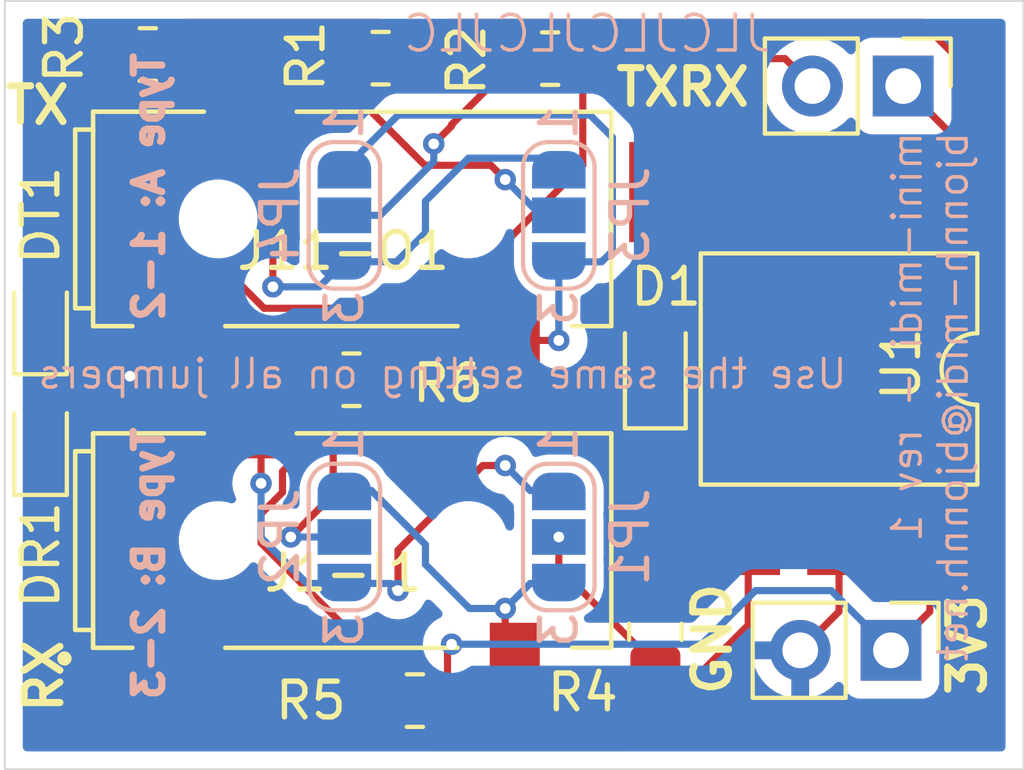
<source format=kicad_pcb>
(kicad_pcb (version 20240108) (generator "pcbnew") (generator_version "8.0")
  (layers (0 "F.Cu" signal) (31 "B.Cu" signal) (34 "B.Paste" user) (35 "F.Paste" user) (36 "B.SilkS" user "B.Silkscreen") (37 "F.SilkS" user "F.Silkscreen") (38 "B.Mask" user) (39 "F.Mask" user) (44 "Edge.Cuts" user))
  (net 0 "")
  (net 1 "Net-(D1-K)")
  (net 2 "Net-(D1-A)")
  (net 4 "Net-(JP1-B)")
  (net 5 "Net-(JP1-A)")
  (net 6 "Net-(JP3-A)")
  (net 7 "Net-(JP3-B)")
  (net 8 "Net-(JP3-C)")
  (net 9 "Net-(JP4-C)")
  (net 10 "Net-(JP1-C)")
  (net 11 "+3V3")
  (net 12 "/Midi Output 1/TX")
  (net 13 "/MIDI input 1/RX")
  (net 14 "GND")
  (net 18 "Net-(DR1-A)")
  (net 19 "Net-(DT1-A)")
  (footprint "Resistor_SMD:R_0805_2012Metric" (layer "F.Cu") (at 135.757853 85.115635 180)
    (property "Reference" "R2" (at 2.340148 -0.045885 -90) (layer "F.SilkS"))
    (property "Value" "10")
    (fp_line (start -0.227064 0.735) (end 0.227064 0.735) (stroke (width 0.12)) (layer "F.SilkS"))
    (fp_line (start -0.227064 -0.735) (end 0.227064 -0.735) (stroke (width 0.12)) (layer "F.SilkS"))
    (pad "1" smd roundrect (at -0.9125 0 180) (size 1.025 1.4) (layers "F.Cu" "F.Paste" "F.Mask") (roundrect_rratio 0.243902) (net 12 "/Midi Output 1/TX"))
    (pad "2" smd roundrect (at 0.9125 0 180) (size 1.025 1.4) (layers "F.Cu" "F.Paste" "F.Mask") (roundrect_rratio 0.243902) (net 9 "Net-(JP4-C)"))
  )
  (footprint "Resistor_SMD:R_0805_2012Metric" (layer "F.Cu") (at 130.2 94.1 180)
    (property "Reference" "R6" (at -2.7 -0.1 180) (layer "F.SilkS"))
    (property "Value" "2.2K")
    (fp_line (start -0.227064 0.735) (end 0.227064 0.735) (stroke (width 0.12)) (layer "F.SilkS"))
    (fp_line (start -0.227064 -0.735) (end 0.227064 -0.735) (stroke (width 0.12)) (layer "F.SilkS"))
    (pad "1" smd roundrect (at -0.9125 0 180) (size 1.025 1.4) (layers "F.Cu" "F.Paste" "F.Mask") (roundrect_rratio 0.243902) (net 11 "+3V3"))
    (pad "2" smd roundrect (at 0.9125 0 180) (size 1.025 1.4) (layers "F.Cu" "F.Paste" "F.Mask") (roundrect_rratio 0.243902) (net 18 "Net-(DR1-A)"))
  )
  (footprint "Library:CUI_SJ-3524-SMT" (layer "F.Cu") (at 126.468098 89.6)
    (property "Reference" "J11-O1" (at 3.5 0.9 0) (layer "F.SilkS") (effects (font (size 1.001693 1.001693))))
    (property "Value" "SJ-3524-SMT" (hide yes))
    (fp_line (start -4 -2.5) (end -4 2.5) (stroke (width 0.127)) (layer "F.SilkS"))
    (fp_line (start -4 2.5) (end -3.5 2.5) (stroke (width 0.127)) (layer "F.SilkS"))
    (fp_line (start -3.5 -3) (end -0.4 -3) (stroke (width 0.127)) (layer "F.SilkS"))
    (fp_line (start -3.5 -2.5) (end -4 -2.5) (stroke (width 0.127)) (layer "F.SilkS"))
    (fp_line (start -3.5 -2.5) (end -3.5 -3) (stroke (width 0.127)) (layer "F.SilkS"))
    (fp_line (start -3.5 2.5) (end -3.5 -2.5) (stroke (width 0.127)) (layer "F.SilkS"))
    (fp_line (start -3.5 3) (end -3.5 2.5) (stroke (width 0.127)) (layer "F.SilkS"))
    (fp_line (start -3.5 3) (end -2.4 3) (stroke (width 0.127)) (layer "F.SilkS"))
    (fp_line (start 0.2 3) (end 6.7 3) (stroke (width 0.127)) (layer "F.SilkS"))
    (fp_line (start 2.2 -3) (end 11 -3) (stroke (width 0.127)) (layer "F.SilkS"))
    (fp_line (start 9.9 3) (end 11 3) (stroke (width 0.127)) (layer "F.SilkS"))
    (fp_line (start 11 -3) (end 11 3) (stroke (width 0.127)) (layer "F.SilkS"))
    (pad "" np_thru_hole circle (at 0 0) (size 1.7 1.7) (drill 1.7) (layers "*.Cu" "*.Mask"))
    (pad "" np_thru_hole circle (at 7 0) (size 1.7 1.7) (drill 1.7) (layers "*.Cu" "*.Mask"))
    (pad "1" smd rect (at -1.1 3.7) (size 1.4 2.8) (layers "F.Cu" "F.Paste" "F.Mask") (net 14 "GND"))
    (pad "2" smd rect (at 8.3 3.7) (size 1.4 2.8) (layers "F.Cu" "F.Paste" "F.Mask") (net 7 "Net-(JP3-B)"))
    (pad "3" smd rect (at 0.9 -3.7) (size 1.4 2.8) (layers "F.Cu" "F.Paste" "F.Mask") (net 6 "Net-(JP3-A)"))
    (pad "4" smd rect (at 12.3 -0.75) (size 1.6 2.8) (layers "F.Cu" "F.Paste" "F.Mask"))
  )
  (footprint "Library:CUI_SJ-3524-SMT" (layer "F.Cu") (at 126.468098 98.6)
    (property "Reference" "J1-I1" (at 3.5 0.9 0) (layer "F.SilkS") (effects (font (size 1.001693 1.001693))))
    (property "Value" "SJ-3524-SMT" (hide yes))
    (fp_line (start -4 -2.5) (end -4 2.5) (stroke (width 0.127)) (layer "F.SilkS"))
    (fp_line (start -4 2.5) (end -3.5 2.5) (stroke (width 0.127)) (layer "F.SilkS"))
    (fp_line (start -3.5 -3) (end -0.4 -3) (stroke (width 0.127)) (layer "F.SilkS"))
    (fp_line (start -3.5 -2.5) (end -4 -2.5) (stroke (width 0.127)) (layer "F.SilkS"))
    (fp_line (start -3.5 -2.5) (end -3.5 -3) (stroke (width 0.127)) (layer "F.SilkS"))
    (fp_line (start -3.5 2.5) (end -3.5 -2.5) (stroke (width 0.127)) (layer "F.SilkS"))
    (fp_line (start -3.5 3) (end -3.5 2.5) (stroke (width 0.127)) (layer "F.SilkS"))
    (fp_line (start -3.5 3) (end -2.4 3) (stroke (width 0.127)) (layer "F.SilkS"))
    (fp_line (start 0.2 3) (end 6.7 3) (stroke (width 0.127)) (layer "F.SilkS"))
    (fp_line (start 2.2 -3) (end 11 -3) (stroke (width 0.127)) (layer "F.SilkS"))
    (fp_line (start 9.9 3) (end 11 3) (stroke (width 0.127)) (layer "F.SilkS"))
    (fp_line (start 11 -3) (end 11 3) (stroke (width 0.127)) (layer "F.SilkS"))
    (fp_circle (center -4.3 3.3) (end -4.2 3.3) (stroke (width 0.2)) (fill none) (layer "F.SilkS"))
    (pad "" np_thru_hole circle (at 0 0) (size 1.7 1.7) (drill 1.7) (layers "*.Cu" "*.Mask"))
    (pad "" np_thru_hole circle (at 7 0) (size 1.7 1.7) (drill 1.7) (layers "*.Cu" "*.Mask"))
    (pad "1" smd rect (at -1.1 3.7) (size 1.4 2.8) (layers "F.Cu" "F.Paste" "F.Mask"))
    (pad "2" smd rect (at 8.3 3.7) (size 1.4 2.8) (layers "F.Cu" "F.Paste" "F.Mask") (net 4 "Net-(JP1-B)"))
    (pad "3" smd rect (at 0.9 -3.7) (size 1.4 2.8) (layers "F.Cu" "F.Paste" "F.Mask") (net 5 "Net-(JP1-A)"))
    (pad "4" smd rect (at 12.3 -0.75) (size 1.6 2.8) (layers "F.Cu" "F.Paste" "F.Mask"))
  )
  (footprint "Resistor_SMD:R_0805_2012Metric" (layer "F.Cu") (at 131.014214 85.102766 180)
    (property "Reference" "R1" (at 2.097235 0.057357 -90) (layer "F.SilkS"))
    (property "Value" "33")
    (fp_line (start -0.227064 0.735) (end 0.227064 0.735) (stroke (width 0.12)) (layer "F.SilkS"))
    (fp_line (start -0.227064 -0.735) (end 0.227064 -0.735) (stroke (width 0.12)) (layer "F.SilkS"))
    (pad "1" smd roundrect (at -0.9125 0 180) (size 1.025 1.4) (layers "F.Cu" "F.Paste" "F.Mask") (roundrect_rratio 0.243902) (net 11 "+3V3"))
    (pad "2" smd roundrect (at 0.9125 0 180) (size 1.025 1.4) (layers "F.Cu" "F.Paste" "F.Mask") (roundrect_rratio 0.243902) (net 8 "Net-(JP3-C)"))
  )
  (footprint "Resistor_SMD:R_0805_2012Metric" (layer "F.Cu") (at 124.5 85 180)
    (property "Reference" "R3" (at 2.344868 0.191279 -90) (layer "F.SilkS"))
    (property "Value" "2.2K")
    (fp_line (start -0.227064 0.735) (end 0.227064 0.735) (stroke (width 0.12)) (layer "F.SilkS"))
    (fp_line (start -0.227064 -0.735) (end 0.227064 -0.735) (stroke (width 0.12)) (layer "F.SilkS"))
    (pad "1" smd roundrect (at -0.9125 0 180) (size 1.025 1.4) (layers "F.Cu" "F.Paste" "F.Mask") (roundrect_rratio 0.243902) (net 11 "+3V3"))
    (pad "2" smd roundrect (at 0.9125 0 180) (size 1.025 1.4) (layers "F.Cu" "F.Paste" "F.Mask") (roundrect_rratio 0.243902) (net 19 "Net-(DT1-A)"))
  )
  (footprint "Diode_SMD:D_SOD-323" (layer "F.Cu") (at 138.7 93.85 90)
    (property "Reference" "D1" (at 2.35 0.3 0) (layer "F.SilkS"))
    (property "Value" "1N4148WS" (hide yes))
    (fp_line (start -1.61 -0.85) (end 1.05 -0.85) (stroke (width 0.12)) (layer "F.SilkS"))
    (fp_line (start -1.61 -0.85) (end -1.61 0.85) (stroke (width 0.12)) (layer "F.SilkS"))
    (fp_line (start -1.61 0.85) (end 1.05 0.85) (stroke (width 0.12)) (layer "F.SilkS"))
    (pad "1" smd roundrect (at -1.05 0 90) (size 0.6 0.45) (layers "F.Cu" "F.Paste" "F.Mask") (net 1 "Net-(D1-K)"))
    (pad "2" smd roundrect (at 1.05 0 90) (size 0.6 0.45) (layers "F.Cu" "F.Paste" "F.Mask") (net 2 "Net-(D1-A)"))
  )
  (footprint "LED_SMD:LED_0603_1608Metric" (layer "F.Cu") (at 121.5 92.4625 90)
    (property "Reference" "DT1" (at 2.9625 0 -90) (layer "F.SilkS"))
    (property "Value" "LED")
    (fp_line (start 0.8 -0.735) (end -1.485 -0.735) (stroke (width 0.12)) (layer "F.SilkS"))
    (fp_line (start -1.485 -0.735) (end -1.485 0.735) (stroke (width 0.12)) (layer "F.SilkS"))
    (fp_line (start -1.485 0.735) (end 0.8 0.735) (stroke (width 0.12)) (layer "F.SilkS"))
    (pad "1" smd roundrect (at -0.7875 0 90) (size 0.875 0.95) (layers "F.Cu" "F.Paste" "F.Mask") (net 12 "/Midi Output 1/TX"))
    (pad "2" smd roundrect (at 0.7875 0 90) (size 0.875 0.95) (layers "F.Cu" "F.Paste" "F.Mask") (net 19 "Net-(DT1-A)"))
  )
  (footprint "Package_DIP:SMDIP-6_W9.53mm" (layer "F.Cu") (at 143.84 93.8 -90)
    (property "Reference" "U1" (at -0.135 -1.74 90) (layer "F.SilkS"))
    (property "Value" "H11L1")
    (fp_line (start -3.235 3.87) (end 3.235 3.87) (stroke (width 0.12)) (layer "F.SilkS"))
    (fp_line (start 3.235 3.87) (end 3.235 -3.87) (stroke (width 0.12)) (layer "F.SilkS"))
    (fp_line (start -3.235 -3.87) (end -3.235 3.87) (stroke (width 0.12)) (layer "F.SilkS"))
    (fp_line (start -1 -3.87) (end -3.235 -3.87) (stroke (width 0.12)) (layer "F.SilkS"))
    (fp_line (start 3.235 -3.87) (end 1 -3.87) (stroke (width 0.12)) (layer "F.SilkS"))
    (fp_arc (start 1 -3.87) (mid 0 -2.87) (end -1 -3.87) (stroke (width 0.12)) (layer "F.SilkS"))
    (pad "1" smd rect (at -4.765 -2.54 270) (size 2 1.78) (layers "F.Cu" "F.Paste" "F.Mask") (net 1 "Net-(D1-K)"))
    (pad "2" smd rect (at -4.765 0 270) (size 2 1.78) (layers "F.Cu" "F.Paste" "F.Mask") (net 2 "Net-(D1-A)"))
    (pad "3" smd rect (at -4.765 2.54 270) (size 2 1.78) (layers "F.Cu" "F.Paste" "F.Mask"))
    (pad "4" smd rect (at 4.765 2.54 270) (size 2 1.78) (layers "F.Cu" "F.Paste" "F.Mask") (net 13 "/MIDI input 1/RX"))
    (pad "5" smd rect (at 4.765 0 270) (size 2 1.78) (layers "F.Cu" "F.Paste" "F.Mask") (net 14 "GND"))
    (pad "6" smd rect (at 4.765 -2.54 270) (size 2 1.78) (layers "F.Cu" "F.Paste" "F.Mask") (net 11 "+3V3"))
  )
  (footprint "Resistor_SMD:R_0805_2012Metric" (layer "F.Cu") (at 131.972936 103.077297)
    (property "Reference" "R5" (at -2.9125 0 0) (layer "F.SilkS"))
    (property "Value" "470")
    (fp_line (start -0.227064 -0.735) (end 0.227064 -0.735) (stroke (width 0.12)) (layer "F.SilkS"))
    (fp_line (start -0.227064 0.735) (end 0.227064 0.735) (stroke (width 0.12)) (layer "F.SilkS"))
    (pad "1" smd roundrect (at -0.9125 0) (size 1.025 1.4) (layers "F.Cu" "F.Paste" "F.Mask") (roundrect_rratio 0.243902) (net 13 "/MIDI input 1/RX"))
    (pad "2" smd roundrect (at 0.9125 0) (size 1.025 1.4) (layers "F.Cu" "F.Paste" "F.Mask") (roundrect_rratio 0.243902) (net 11 "+3V3"))
  )
  (footprint "Connector_PinHeader_2.54mm:PinHeader_1x02_P2.54mm_Vertical" (layer "F.Cu") (at 145.635686 85.88234 -90)
    (property "Reference" "J2" (hide yes))
    (property "Value" "Conn_01x02_Pin" (hide yes))
    (fp_line (start -1.33 3.87) (end 1.33 3.87) (stroke (width 0.12)) (layer "F.SilkS"))
    (fp_line (start -1.33 1.27) (end -1.33 3.87) (stroke (width 0.12)) (layer "F.SilkS"))
    (fp_line (start -1.33 1.27) (end 1.33 1.27) (stroke (width 0.12)) (layer "F.SilkS"))
    (fp_line (start 1.33 1.27) (end 1.33 3.87) (stroke (width 0.12)) (layer "F.SilkS"))
    (fp_line (start -1.33 0) (end -1.33 -1.33) (stroke (width 0.12)) (layer "F.SilkS"))
    (fp_line (start -1.33 -1.33) (end 0 -1.33) (stroke (width 0.12)) (layer "F.SilkS"))
    (pad "1" thru_hole rect (at 0 0 270) (size 1.7 1.7) (drill 1) (layers "*.Cu" "*.Mask") (net 13 "/MIDI input 1/RX"))
    (pad "2" thru_hole oval (at 0 2.54 270) (size 1.7 1.7) (drill 1) (layers "*.Cu" "*.Mask") (net 12 "/Midi Output 1/TX"))
  )
  (footprint "LED_SMD:LED_0603_1608Metric" (layer "F.Cu") (at 121.5 95.8375 90)
    (property "Reference" "DR1" (at -3.1625 0 -90) (layer "F.SilkS"))
    (property "Value" "LED")
    (fp_line (start 0.8 -0.735) (end -1.485 -0.735) (stroke (width 0.12)) (layer "F.SilkS"))
    (fp_line (start -1.485 -0.735) (end -1.485 0.735) (stroke (width 0.12)) (layer "F.SilkS"))
    (fp_line (start -1.485 0.735) (end 0.8 0.735) (stroke (width 0.12)) (layer "F.SilkS"))
    (pad "1" smd roundrect (at -0.7875 0 90) (size 0.875 0.95) (layers "F.Cu" "F.Paste" "F.Mask") (net 13 "/MIDI input 1/RX"))
    (pad "2" smd roundrect (at 0.7875 0 90) (size 0.875 0.95) (layers "F.Cu" "F.Paste" "F.Mask") (net 18 "Net-(DR1-A)"))
  )
  (footprint "Connector_PinHeader_2.54mm:PinHeader_1x02_P2.54mm_Vertical" (layer "F.Cu") (at 145.294475 101.670687 -90)
    (property "Reference" "J1" (hide yes))
    (property "Value" "Conn_01x02_Pin" (hide yes))
    (fp_line (start -1.33 3.87) (end 1.33 3.87) (stroke (width 0.12)) (layer "F.SilkS"))
    (fp_line (start -1.33 1.27) (end -1.33 3.87) (stroke (width 0.12)) (layer "F.SilkS"))
    (fp_line (start -1.33 1.27) (end 1.33 1.27) (stroke (width 0.12)) (layer "F.SilkS"))
    (fp_line (start 1.33 1.27) (end 1.33 3.87) (stroke (width 0.12)) (layer "F.SilkS"))
    (fp_line (start -1.33 0) (end -1.33 -1.33) (stroke (width 0.12)) (layer "F.SilkS"))
    (fp_line (start -1.33 -1.33) (end 0 -1.33) (stroke (width 0.12)) (layer "F.SilkS"))
    (pad "1" thru_hole rect (at 0 0 270) (size 1.7 1.7) (drill 1) (layers "*.Cu" "*.Mask") (net 11 "+3V3"))
    (pad "2" thru_hole oval (at 0 2.54 270) (size 1.7 1.7) (drill 1) (layers "*.Cu" "*.Mask") (net 14 "GND"))
  )
  (footprint "Resistor_SMD:R_0805_2012Metric" (layer "F.Cu") (at 138.701315 101.153877 90)
    (property "Reference" "R4" (at -1.696546 -2.032321 0) (layer "F.SilkS"))
    (property "Value" "220")
    (fp_line (start -0.227064 -0.735) (end 0.227064 -0.735) (stroke (width 0.12)) (layer "F.SilkS"))
    (fp_line (start -0.227064 0.735) (end 0.227064 0.735) (stroke (width 0.12)) (layer "F.SilkS"))
    (pad "1" smd roundrect (at -0.9125 0 90) (size 1.025 1.4) (layers "F.Cu" "F.Paste" "F.Mask") (roundrect_rratio 0.243902) (net 10 "Net-(JP1-C)"))
    (pad "2" smd roundrect (at 0.9125 0 90) (size 1.025 1.4) (layers "F.Cu" "F.Paste" "F.Mask") (roundrect_rratio 0.243902) (net 1 "Net-(D1-K)"))
  )
  (footprint "Jumper:SolderJumper-3_P1.3mm_Open_RoundedPad1.0x1.5mm_NumberLabels" (layer "B.Cu") (at 130 98.5 -90)
    (property "Reference" "JP2" (at 0 1.8 -90) (layer "B.SilkS") (effects (justify mirror)))
    (property "Value" "Type A/B")
    (fp_line (start 1.4 1) (end -1.4 1) (stroke (width 0.12)) (layer "B.SilkS"))
    (fp_line (start -2.05 0.3) (end -2.05 -0.3) (stroke (width 0.12)) (layer "B.SilkS"))
    (fp_line (start 2.05 -0.3) (end 2.05 0.3) (stroke (width 0.12)) (layer "B.SilkS"))
    (fp_line (start -1.4 -1) (end 1.4 -1) (stroke (width 0.12)) (layer "B.SilkS"))
    (fp_arc (start -1.35 1) (mid -1.844975 0.794975) (end -2.05 0.3) (stroke (width 0.12)) (layer "B.SilkS"))
    (fp_arc (start 2.05 0.3) (mid 1.844975 0.794975) (end 1.35 1) (stroke (width 0.12)) (layer "B.SilkS"))
    (fp_arc (start -2.05 -0.3) (mid -1.844975 -0.794975) (end -1.35 -1) (stroke (width 0.12)) (layer "B.SilkS"))
    (fp_arc (start 1.35 -1) (mid 1.844975 -0.794975) (end 2.05 -0.3) (stroke (width 0.12)) (layer "B.SilkS"))
    (fp_text user "3" (at 2.6 0 -90) (layer "B.SilkS") (effects (justify mirror)))
    (fp_text user "1" (at -2.6 0 -90) (layer "B.SilkS") (effects (justify mirror)))
    (pad "1" smd custom (at -1.3 0 270) (size 1 0.5) (layers "B.Cu" "B.Mask") (net 4 "Net-(JP1-B)") (options (clearance outline) (anchor rect)) (primitives (gr_circle (center 0 -0.25) (end 0.5 -0.25) (width 0) (fill yes)) (gr_circle (center 0 0.25) (end 0.5 0.25) (width 0) (fill yes)) (gr_poly (pts (xy 0.55 -0.75) (xy 0 -0.75) (xy 0 0.75) (xy 0.55 0.75)) (width 0) (fill yes))))
    (pad "2" smd rect (at 0 0 270) (size 1 1.5) (layers "B.Cu" "B.Mask") (net 2 "Net-(D1-A)"))
    (pad "3" smd custom (at 1.3 0 270) (size 1 0.5) (layers "B.Cu" "B.Mask") (net 5 "Net-(JP1-A)") (options (clearance outline) (anchor rect)) (primitives (gr_circle (center 0 -0.25) (end 0.5 -0.25) (width 0) (fill yes)) (gr_circle (center 0 0.25) (end 0.5 0.25) (width 0) (fill yes)) (gr_poly (pts (xy 0 -0.75) (xy -0.55 -0.75) (xy -0.55 0.75) (xy 0 0.75)) (width 0) (fill yes))))
  )
  (footprint "Jumper:SolderJumper-3_P1.3mm_Open_RoundedPad1.0x1.5mm_NumberLabels" (layer "B.Cu") (at 136 89.5 -90)
    (property "Reference" "JP3" (at 0 -2 -90) (layer "B.SilkS") (effects (justify mirror)))
    (property "Value" "Type A/B")
    (fp_line (start 1.4 1) (end -1.4 1) (stroke (width 0.12)) (layer "B.SilkS"))
    (fp_line (start -2.05 0.3) (end -2.05 -0.3) (stroke (width 0.12)) (layer "B.SilkS"))
    (fp_line (start 2.05 -0.3) (end 2.05 0.3) (stroke (width 0.12)) (layer "B.SilkS"))
    (fp_line (start -1.4 -1) (end 1.4 -1) (stroke (width 0.12)) (layer "B.SilkS"))
    (fp_arc (start -1.35 1) (mid -1.844975 0.794975) (end -2.05 0.3) (stroke (width 0.12)) (layer "B.SilkS"))
    (fp_arc (start 2.05 0.3) (mid 1.844975 0.794975) (end 1.35 1) (stroke (width 0.12)) (layer "B.SilkS"))
    (fp_arc (start -2.05 -0.3) (mid -1.844975 -0.794975) (end -1.35 -1) (stroke (width 0.12)) (layer "B.SilkS"))
    (fp_arc (start 1.35 -1) (mid 1.844975 -0.794975) (end 2.05 -0.3) (stroke (width 0.12)) (layer "B.SilkS"))
    (fp_text user "3" (at 2.6 0 -90) (layer "B.SilkS") (effects (justify mirror)))
    (fp_text user "1" (at -2.6 0 -90) (layer "B.SilkS") (effects (justify mirror)))
    (pad "1" smd custom (at -1.3 0 270) (size 1 0.5) (layers "B.Cu" "B.Mask") (net 6 "Net-(JP3-A)") (options (clearance outline) (anchor rect)) (primitives (gr_circle (center 0 -0.25) (end 0.5 -0.25) (width 0) (fill yes)) (gr_circle (center 0 0.25) (end 0.5 0.25) (width 0) (fill yes)) (gr_poly (pts (xy 0.55 -0.75) (xy 0 -0.75) (xy 0 0.75) (xy 0.55 0.75)) (width 0) (fill yes))))
    (pad "2" smd rect (at 0 0 270) (size 1 1.5) (layers "B.Cu" "B.Mask") (net 8 "Net-(JP3-C)"))
    (pad "3" smd custom (at 1.3 0 270) (size 1 0.5) (layers "B.Cu" "B.Mask") (net 7 "Net-(JP3-B)") (options (clearance outline) (anchor rect)) (primitives (gr_circle (center 0 -0.25) (end 0.5 -0.25) (width 0) (fill yes)) (gr_circle (center 0 0.25) (end 0.5 0.25) (width 0) (fill yes)) (gr_poly (pts (xy 0 -0.75) (xy -0.55 -0.75) (xy -0.55 0.75) (xy 0 0.75)) (width 0) (fill yes))))
  )
  (footprint "Jumper:SolderJumper-3_P1.3mm_Open_RoundedPad1.0x1.5mm_NumberLabels" (layer "B.Cu") (at 136 98.5 -90)
    (property "Reference" "JP1" (at 0 -2 -90) (layer "B.SilkS") (effects (justify mirror)))
    (property "Value" "Type A/B")
    (fp_line (start 1.4 1) (end -1.4 1) (stroke (width 0.12)) (layer "B.SilkS"))
    (fp_line (start -2.05 0.3) (end -2.05 -0.3) (stroke (width 0.12)) (layer "B.SilkS"))
    (fp_line (start 2.05 -0.3) (end 2.05 0.3) (stroke (width 0.12)) (layer "B.SilkS"))
    (fp_line (start -1.4 -1) (end 1.4 -1) (stroke (width 0.12)) (layer "B.SilkS"))
    (fp_arc (start -1.35 1) (mid -1.844975 0.794975) (end -2.05 0.3) (stroke (width 0.12)) (layer "B.SilkS"))
    (fp_arc (start 2.05 0.3) (mid 1.844975 0.794975) (end 1.35 1) (stroke (width 0.12)) (layer "B.SilkS"))
    (fp_arc (start -2.05 -0.3) (mid -1.844975 -0.794975) (end -1.35 -1) (stroke (width 0.12)) (layer "B.SilkS"))
    (fp_arc (start 1.35 -1) (mid 1.844975 -0.794975) (end 2.05 -0.3) (stroke (width 0.12)) (layer "B.SilkS"))
    (fp_text user "3" (at 2.6 0 -90) (layer "B.SilkS") (effects (justify mirror)))
    (fp_text user "1" (at -2.6 0 -90) (layer "B.SilkS") (effects (justify mirror)))
    (pad "1" smd custom (at -1.3 0 270) (size 1 0.5) (layers "B.Cu" "B.Mask") (net 5 "Net-(JP1-A)") (options (clearance outline) (anchor rect)) (primitives (gr_circle (center 0 -0.25) (end 0.5 -0.25) (width 0) (fill yes)) (gr_circle (center 0 0.25) (end 0.5 0.25) (width 0) (fill yes)) (gr_poly (pts (xy 0.55 -0.75) (xy 0 -0.75) (xy 0 0.75) (xy 0.55 0.75)) (width 0) (fill yes))))
    (pad "2" smd rect (at 0 0 270) (size 1 1.5) (layers "B.Cu" "B.Mask") (net 10 "Net-(JP1-C)"))
    (pad "3" smd custom (at 1.3 0 270) (size 1 0.5) (layers "B.Cu" "B.Mask") (net 4 "Net-(JP1-B)") (options (clearance outline) (anchor rect)) (primitives (gr_circle (center 0 -0.25) (end 0.5 -0.25) (width 0) (fill yes)) (gr_circle (center 0 0.25) (end 0.5 0.25) (width 0) (fill yes)) (gr_poly (pts (xy 0 -0.75) (xy -0.55 -0.75) (xy -0.55 0.75) (xy 0 0.75)) (width 0) (fill yes))))
  )
  (footprint "Jumper:SolderJumper-3_P1.3mm_Open_RoundedPad1.0x1.5mm_NumberLabels" (layer "B.Cu") (at 130 89.5 -90)
    (property "Reference" "JP4" (at 0 1.8 -90) (layer "B.SilkS") (effects (justify mirror)))
    (property "Value" "Type A/B")
    (fp_line (start 1.4 1) (end -1.4 1) (stroke (width 0.12)) (layer "B.SilkS"))
    (fp_line (start -2.05 0.3) (end -2.05 -0.3) (stroke (width 0.12)) (layer "B.SilkS"))
    (fp_line (start 2.05 -0.3) (end 2.05 0.3) (stroke (width 0.12)) (layer "B.SilkS"))
    (fp_line (start -1.4 -1) (end 1.4 -1) (stroke (width 0.12)) (layer "B.SilkS"))
    (fp_arc (start -1.35 1) (mid -1.844975 0.794975) (end -2.05 0.3) (stroke (width 0.12)) (layer "B.SilkS"))
    (fp_arc (start 2.05 0.3) (mid 1.844975 0.794975) (end 1.35 1) (stroke (width 0.12)) (layer "B.SilkS"))
    (fp_arc (start -2.05 -0.3) (mid -1.844975 -0.794975) (end -1.35 -1) (stroke (width 0.12)) (layer "B.SilkS"))
    (fp_arc (start 1.35 -1) (mid 1.844975 -0.794975) (end 2.05 -0.3) (stroke (width 0.12)) (layer "B.SilkS"))
    (fp_text user "1" (at -2.6 0 -90) (layer "B.SilkS") (effects (justify mirror)))
    (fp_text user "3" (at 2.6 0 -90) (layer "B.SilkS") (effects (justify mirror)))
    (pad "1" smd custom (at -1.3 0 270) (size 1 0.5) (layers "B.Cu" "B.Mask") (net 7 "Net-(JP3-B)") (options (clearance outline) (anchor rect)) (primitives (gr_circle (center 0 -0.25) (end 0.5 -0.25) (width 0) (fill yes)) (gr_circle (center 0 0.25) (end 0.5 0.25) (width 0) (fill yes)) (gr_poly (pts (xy 0.55 -0.75) (xy 0 -0.75) (xy 0 0.75) (xy 0.55 0.75)) (width 0) (fill yes))))
    (pad "2" smd rect (at 0 0 270) (size 1 1.5) (layers "B.Cu" "B.Mask") (net 9 "Net-(JP4-C)"))
    (pad "3" smd custom (at 1.3 0 270) (size 1 0.5) (layers "B.Cu" "B.Mask") (net 6 "Net-(JP3-A)") (options (clearance outline) (anchor rect)) (primitives (gr_circle (center 0 -0.25) (end 0.5 -0.25) (width 0) (fill yes)) (gr_circle (center 0 0.25) (end 0.5 0.25) (width 0) (fill yes)) (gr_poly (pts (xy 0 -0.75) (xy -0.55 -0.75) (xy -0.55 0.75) (xy 0 0.75)) (width 0) (fill yes))))
  )
  (gr_rect (start 120.5 83.5) (end 149 105) (stroke (width 0.05)) (fill none) (layer "Edge.Cuts"))
  (gr_text "Use the same setting on all jumpers" (at 132.743808 94.404984 0) (layer "B.SilkS") (effects (font (size 0.8 0.8) (thickness 0.1)) (justify bottom mirror)))
  (gr_text "mini-midi - rev 1\nbjonnh-midi@bjonnh.net" (at 147.5 87.1 90) (layer "B.SilkS") (effects (font (size 0.8 0.8) (thickness 0.1)) (justify left bottom mirror)))
  (gr_text "JLCJLCJLCJLC" (at 142 85 -0) (layer "B.SilkS") (effects (font (size 1 1) (thickness 0.1)) (justify left bottom mirror)))
  (gr_text "Type A: 1-2     Type B: 2-3" (at 125 94 90) (layer "B.SilkS") (effects (font (size 0.8 0.8) (thickness 0.2) (bold yes)) (justify bottom mirror)))
  (gr_text "GND" (at 140.879264 103.009962 90) (layer "F.SilkS") (effects (font (size 1 1) (thickness 0.2) (bold yes)) (justify left bottom)))
  (gr_text "RX" (at 122.171613 103.501682 90) (layer "F.SilkS") (effects (font (size 1 1) (thickness 0.2) (bold yes)) (justify left bottom)))
  (gr_text "3V3" (at 148.014421 103.032905 90) (layer "F.SilkS") (effects (font (size 1 1) (thickness 0.2) (bold yes)) (justify left bottom)))
  (gr_text "TXRX" (at 137.5 86.5 0) (layer "F.SilkS") (effects (font (size 1 1) (thickness 0.2) (bold yes)) (justify left bottom)))
  (gr_text "TX" (at 120.422087 87.007479 0) (layer "F.SilkS") (effects (font (size 1 1) (thickness 0.2) (bold yes)) (justify left bottom)))
  (segment (start 138.001315 100.241377) (end 138.701315 100.241377) (width 0.2) (layer "F.Cu") (net 1))
  (segment (start 137.5 96) (end 137.5 99.740062) (width 0.2) (layer "F.Cu") (net 1))
  (segment (start 138.6 94.9) (end 137.5 96) (width 0.2) (layer "F.Cu") (net 1))
  (segment (start 139 94.9) (end 140.515 94.9) (width 0.2) (layer "F.Cu") (net 1))
  (segment (start 138.7 94.9) (end 139 94.9) (width 0.2) (layer "F.Cu") (net 1))
  (segment (start 139 94.9) (end 138.6 94.9) (width 0.2) (layer "F.Cu") (net 1))
  (segment (start 140.515 94.9) (end 146.38 89.035) (width 0.2) (layer "F.Cu") (net 1))
  (segment (start 137.5 99.740062) (end 138.001315 100.241377) (width 0.2) (layer "F.Cu") (net 1))
  (segment (start 138.7 92.8) (end 140.075 92.8) (width 0.2) (layer "F.Cu") (net 2))
  (segment (start 128.5 98.5) (end 129.6875 97.3125) (width 0.2) (layer "F.Cu") (net 2))
  (segment (start 129.6875 97.3125) (end 129.6875 95.8125) (width 0.2) (layer "F.Cu") (net 2))
  (segment (start 129.6875 95.8125) (end 130.4 95.1) (width 0.2) (layer "F.Cu") (net 2))
  (segment (start 140.075 92.8) (end 143.84 89.035) (width 0.2) (layer "F.Cu") (net 2))
  (segment (start 136.4 95.1) (end 138.7 92.8) (width 0.2) (layer "F.Cu") (net 2))
  (segment (start 130.4 95.1) (end 136.4 95.1) (width 0.2) (layer "F.Cu") (net 2))
  (via (at 128.5 98.5) (size 0.6) (drill 0.3) (layers "F.Cu" "B.Cu") (net 2))
  (segment (start 130 98.5) (end 128.5 98.5) (width 0.2) (layer "B.Cu") (net 2))
  (segment (start 134.5 100.5) (end 134.5 102.031902) (width 0.2) (layer "F.Cu") (net 4))
  (via (at 134.5 100.5) (size 0.6) (drill 0.3) (layers "F.Cu" "B.Cu") (net 4))
  (segment (start 130.755 97.2) (end 132.268098 98.713098) (width 0.2) (layer "B.Cu") (net 4))
  (segment (start 130 97.2) (end 130.755 97.2) (width 0.2) (layer "B.Cu") (net 4))
  (segment (start 132.268098 99.268098) (end 133.5 100.5) (width 0.2) (layer "B.Cu") (net 4))
  (segment (start 133.5 100.5) (end 134.5 100.5) (width 0.2) (layer "B.Cu") (net 4))
  (segment (start 135.2 99.8) (end 134.5 100.5) (width 0.2) (layer "B.Cu") (net 4))
  (segment (start 132.268098 98.713098) (end 132.268098 99.268098) (width 0.2) (layer "B.Cu") (net 4))
  (segment (start 136 99.8) (end 135.2 99.8) (width 0.2) (layer "B.Cu") (net 4))
  (segment (start 131.5 98.871042) (end 133.871042 96.5) (width 0.2) (layer "F.Cu") (net 5))
  (segment (start 133.871042 96.5) (end 134.5 96.5) (width 0.2) (layer "F.Cu") (net 5))
  (segment (start 131.5 100) (end 131.5 98.871042) (width 0.2) (layer "F.Cu") (net 5))
  (segment (start 127.668098 97) (end 127.668098 95.2) (width 0.2) (layer "F.Cu") (net 5))
  (via (at 134.5 96.5) (size 0.6) (drill 0.3) (layers "F.Cu" "B.Cu") (net 5))
  (via (at 127.668098 97) (size 0.6) (drill 0.3) (layers "F.Cu" "B.Cu") (net 5))
  (via (at 131.5 100) (size 0.6) (drill 0.3) (layers "F.Cu" "B.Cu") (net 5))
  (segment (start 128.951471 99.8) (end 130 99.8) (width 0.2) (layer "B.Cu") (net 5))
  (segment (start 127.668098 98.516627) (end 128.951471 99.8) (width 0.2) (layer "B.Cu") (net 5))
  (segment (start 135.2 97.2) (end 134.5 96.5) (width 0.2) (layer "B.Cu") (net 5))
  (segment (start 130 99.8) (end 131.3 99.8) (width 0.2) (layer "B.Cu") (net 5))
  (segment (start 136 97.2) (end 135.2 97.2) (width 0.2) (layer "B.Cu") (net 5))
  (segment (start 127.668098 97) (end 127.668098 98.516627) (width 0.2) (layer "B.Cu") (net 5))
  (segment (start 131.3 99.8) (end 131.5 100) (width 0.2) (layer "B.Cu") (net 5))
  (segment (start 128 86.531902) (end 128 91.5) (width 0.2) (layer "F.Cu") (net 6))
  (segment (start 127.368098 85.9) (end 128 86.531902) (width 0.2) (layer "F.Cu") (net 6))
  (via (at 128 91.5) (size 0.6) (drill 0.3) (layers "F.Cu" "B.Cu") (net 6))
  (segment (start 132.268098 89.102944) (end 133.471042 87.9) (width 0.2) (layer "B.Cu") (net 6))
  (segment (start 132.268098 89.986902) (end 132.268098 89.102944) (width 0.2) (layer "B.Cu") (net 6))
  (segment (start 133.471042 87.9) (end 135.7 87.9) (width 0.2) (layer "B.Cu") (net 6))
  (segment (start 128 91.5) (end 129.3 91.5) (width 0.2) (layer "B.Cu") (net 6))
  (segment (start 130 90.8) (end 131.455 90.8) (width 0.2) (layer "B.Cu") (net 6))
  (segment (start 129.3 91.5) (end 130 90.8) (width 0.2) (layer "B.Cu") (net 6))
  (segment (start 131.455 90.8) (end 132.268098 89.986902) (width 0.2) (layer "B.Cu") (net 6))
  (segment (start 136 93) (end 135.068098 93) (width 0.2) (layer "F.Cu") (net 7))
  (via (at 136 93) (size 0.6) (drill 0.3) (layers "F.Cu" "B.Cu") (net 7))
  (segment (start 131.505 86.695) (end 136.876336 86.695) (width 0.2) (layer "B.Cu") (net 7))
  (segment (start 137.2 90.8) (end 136 90.8) (width 0.2) (layer "B.Cu") (net 7))
  (segment (start 137.5 87.318664) (end 137.5 90.5) (width 0.2) (layer "B.Cu") (net 7))
  (segment (start 136.876336 86.695) (end 137.5 87.318664) (width 0.2) (layer "B.Cu") (net 7))
  (segment (start 130 88.2) (end 131.505 86.695) (width 0.2) (layer "B.Cu") (net 7))
  (segment (start 136 90.8) (end 136 93) (width 0.2) (layer "B.Cu") (net 7))
  (segment (start 137.5 90.5) (end 137.2 90.8) (width 0.2) (layer "B.Cu") (net 7))
  (segment (start 134.1 88.1) (end 132.251471 88.1) (width 0.2) (layer "F.Cu") (net 8))
  (segment (start 132.251471 88.1) (end 130.101714 85.950243) (width 0.2) (layer "F.Cu") (net 8))
  (segment (start 130.101714 85.950243) (end 130.101714 85.102766) (width 0.2) (layer "F.Cu") (net 8))
  (segment (start 134.5 88.5) (end 134.1 88.1) (width 0.2) (layer "F.Cu") (net 8))
  (via (at 134.5 88.5) (size 0.6) (drill 0.3) (layers "F.Cu" "B.Cu") (net 8))
  (segment (start 135.5 89.5) (end 134.5 88.5) (width 0.2) (layer "B.Cu") (net 8))
  (segment (start 133 86.960988) (end 134.845353 85.115635) (width 0.2) (layer "F.Cu") (net 9))
  (segment (start 132.5 87.5) (end 133 87) (width 0.2) (layer "F.Cu") (net 9))
  (segment (start 133 87) (end 133 86.960988) (width 0.2) (layer "F.Cu") (net 9))
  (via (at 132.5 87.5) (size 0.6) (drill 0.3) (layers "F.Cu" "B.Cu") (net 9))
  (segment (start 132.5 88) (end 132.5 87.5) (width 0.2) (layer "B.Cu") (net 9))
  (segment (start 131 89.5) (end 132.5 88) (width 0.2) (layer "B.Cu") (net 9))
  (segment (start 130 89.5) (end 131 89.5) (width 0.2) (layer "B.Cu") (net 9))
  (segment (start 136 99.365062) (end 136 98.5) (width 0.2) (layer "F.Cu") (net 10))
  (segment (start 138.701315 102.066377) (end 136 99.365062) (width 0.2) (layer "F.Cu") (net 10))
  (via (at 136 98.5) (size 0.6) (drill 0.3) (layers "F.Cu" "B.Cu") (net 10))
  (segment (start 127.668098 98.668098) (end 130.5 101.5) (width 0.2) (layer "F.Cu") (net 11))
  (segment (start 127.668098 97.848529) (end 127.668098 98.668098) (width 0.2) (layer "F.Cu") (net 11))
  (segment (start 148 85.946654) (end 148 96.945) (width 0.2) (layer "F.Cu") (net 11))
  (segment (start 128.268098 96.666216) (end 128.268098 97.248529) (width 0.2) (layer "F.Cu") (net 11))
  (segment (start 146.38 98.565) (end 146.38 100.585162) (width 0.2) (layer "F.Cu") (net 11))
  (segment (start 146.38 100.585162) (end 145.294475 101.670687) (width 0.2) (layer "F.Cu") (net 11))
  (segment (start 132.885436 101.614564) (end 133 101.5) (width 0.2) (layer "F.Cu") (net 11))
  (segment (start 130.5 101.5) (end 131.308139 101.5) (width 0.2) (layer "F.Cu") (net 11))
  (segment (start 128.268098 97.248529) (end 127.668098 97.848529) (width 0.2) (layer "F.Cu") (net 11))
  (segment (start 130.834314 94.1) (end 128.268098 96.666216) (width 0.2) (layer "F.Cu") (net 11))
  (segment (start 130.923948 84.1) (end 131.926714 85.102766) (width 0.2) (layer "F.Cu") (net 11))
  (segment (start 131.308139 101.5) (end 132.885436 103.077297) (width 0.2) (layer "F.Cu") (net 11))
  (segment (start 131.926714 85.102766) (end 132.92948 84.1) (width 0.2) (layer "F.Cu") (net 11))
  (segment (start 125.6125 84.1) (end 130.923948 84.1) (width 0.2) (layer "F.Cu") (net 11))
  (segment (start 132.885436 103.077297) (end 132.885436 101.614564) (width 0.2) (layer "F.Cu") (net 11))
  (segment (start 148 96.945) (end 146.38 98.565) (width 0.2) (layer "F.Cu") (net 11))
  (segment (start 132.92948 84.1) (end 146.153346 84.1) (width 0.2) (layer "F.Cu") (net 11))
  (segment (start 125.4125 85) (end 125.4125 84.3) (width 0.2) (layer "F.Cu") (net 11))
  (segment (start 125.4125 84.3) (end 125.6125 84.1) (width 0.2) (layer "F.Cu") (net 11))
  (segment (start 146.153346 84.1) (end 148 85.946654) (width 0.2) (layer "F.Cu") (net 11))
  (via (at 133 101.5) (size 0.6) (drill 0.3) (layers "F.Cu" "B.Cu") (net 11))
  (segment (start 140 101.5) (end 141.5 100) (width 0.2) (layer "B.Cu") (net 11))
  (segment (start 141.5 100) (end 143.623788 100) (width 0.2) (layer "B.Cu") (net 11))
  (segment (start 133 101.5) (end 140 101.5) (width 0.2) (layer "B.Cu") (net 11))
  (segment (start 143.623788 100) (end 145.294475 101.670687) (width 0.2) (layer "B.Cu") (net 11))
  (segment (start 126.784314 91.132843) (end 127.751471 92.1) (width 0.2) (layer "F.Cu") (net 12))
  (segment (start 136.670353 85.115635) (end 142.328981 85.115635) (width 0.2) (layer "F.Cu") (net 12))
  (segment (start 123.617157 91.132843) (end 126.784314 91.132843) (width 0.2) (layer "F.Cu") (net 12))
  (segment (start 121.5 93.25) (end 123.617157 91.132843) (width 0.2) (layer "F.Cu") (net 12))
  (segment (start 132.665154 92.1) (end 136.670353 88.094801) (width 0.2) (layer "F.Cu") (net 12))
  (segment (start 142.328981 85.115635) (end 143.095686 85.88234) (width 0.2) (layer "F.Cu") (net 12))
  (segment (start 136.670353 88.094801) (end 136.670353 85.115635) (width 0.2) (layer "F.Cu") (net 12))
  (segment (start 127.751471 92.1) (end 132.665154 92.1) (width 0.2) (layer "F.Cu") (net 12))
  (segment (start 147.57 92.295) (end 147.57 87.816654) (width 0.2) (layer "F.Cu") (net 13))
  (segment (start 137.864936 104.4) (end 141.3 100.964936) (width 0.2) (layer "F.Cu") (net 13))
  (segment (start 141.3 100.964936) (end 141.3 98.565) (width 0.2) (layer "F.Cu") (net 13))
  (segment (start 147.57 87.816654) (end 145.635686 85.88234) (width 0.2) (layer "F.Cu") (net 13))
  (segment (start 122.509314 96.625) (end 128.961611 103.077297) (width 0.2) (layer "F.Cu") (net 13))
  (segment (start 141.3 98.565) (end 147.57 92.295) (width 0.2) (layer "F.Cu") (net 13))
  (segment (start 128.961611 103.077297) (end 131.060436 103.077297) (width 0.2) (layer "F.Cu") (net 13))
  (segment (start 121.5 96.625) (end 122.509314 96.625) (width 0.2) (layer "F.Cu") (net 13))
  (segment (start 131.060436 103.077297) (end 132.383139 104.4) (width 0.2) (layer "F.Cu") (net 13))
  (segment (start 132.383139 104.4) (end 137.864936 104.4) (width 0.2) (layer "F.Cu") (net 13))
  (segment (start 143.84 98.565) (end 143.84 100.585162) (width 0.2) (layer "F.Cu") (net 14))
  (segment (start 143.84 100.585162) (end 142.754475 101.670687) (width 0.2) (layer "F.Cu") (net 14))
  (segment (start 125.368098 93.3) (end 124.7 93.3) (width 0.2) (layer "F.Cu") (net 14))
  (segment (start 124.7 93.3) (end 124 94) (width 0.2) (layer "F.Cu") (net 14))
  (via (at 124 94) (size 0.6) (drill 0.3) (layers "F.Cu" "B.Cu") (net 14))
  (segment (start 128.1875 93) (end 129.2875 94.1) (width 0.2) (layer "F.Cu") (net 18))
  (segment (start 127.768098 93) (end 128.1875 93) (width 0.2) (layer "F.Cu") (net 18))
  (segment (start 121.5 95.05) (end 121.5 94.468098) (width 0.2) (layer "F.Cu") (net 18))
  (segment (start 126.300941 91.532843) (end 127.768098 93) (width 0.2) (layer "F.Cu") (net 18))
  (segment (start 124.435255 91.532843) (end 126.300941 91.532843) (width 0.2) (layer "F.Cu") (net 18))
  (segment (start 121.5 94.468098) (end 124.435255 91.532843) (width 0.2) (layer "F.Cu") (net 18))
  (segment (start 121.5 91.675) (end 121.5 87.0875) (width 0.2) (layer "F.Cu") (net 19))
  (segment (start 121.5 87.0875) (end 123.5875 85) (width 0.2) (layer "F.Cu") (net 19))
  (zone (net 14) (net_name "GND") (layer "B.Cu") (connect_pads (clearance 0.5)) (min_thickness 0.25) (fill yes (thermal_gap 0.5) (thermal_bridge_width 0.5))
    (polygon (pts (xy 120.5 83.5) (xy 120.5 105) (xy 149 105) (xy 149 83.5)))
  )
)
</source>
